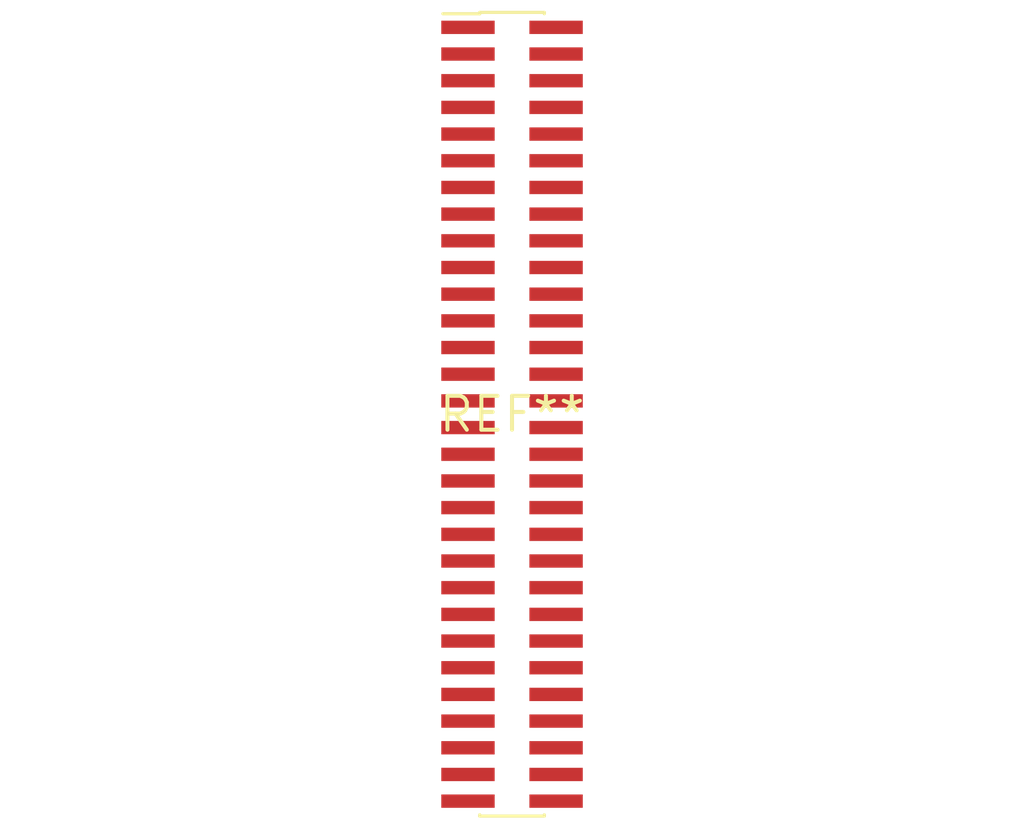
<source format=kicad_pcb>
(kicad_pcb (version 20240108) (generator pcbnew)
  (layers (0 "F.Cu" signal) (31 "B.Cu" signal) (34 "B.Paste" user) (35 "F.Paste" user) (36 "B.SilkS" user "B.Silkscreen") (37 "F.SilkS" user "F.Silkscreen") (38 "B.Mask" user) (39 "F.Mask" user) (44 "Edge.Cuts" user))
  (net 0 "")
  (footprint "PinHeader_2x30_P1.00mm_Vertical_SMD" (layer "F.Cu") (at 0 0)
    (property "Reference" "REF**")
    (property "Value" "PinHeader_2x30_P1.00mm_Vertical_SMD")
    (fp_line (start -2.59 -15.01) (end -1.21 -15.01) (layer "F.SilkS") (stroke (width 0.12)))
    (fp_line (start -1.21 -15.06) (end -1.21 -15.01) (layer "F.SilkS") (stroke (width 0.12)))
    (fp_line (start -1.21 -15.06) (end 1.21 -15.06) (layer "F.SilkS") (stroke (width 0.12)))
    (fp_line (start -1.21 15.01) (end -1.21 15.06) (layer "F.SilkS") (stroke (width 0.12)))
    (fp_line (start -1.21 15.06) (end 1.21 15.06) (layer "F.SilkS") (stroke (width 0.12)))
    (fp_line (start 1.21 -15.06) (end 1.21 -15.01) (layer "F.SilkS") (stroke (width 0.12)))
    (fp_line (start 1.21 15.01) (end 1.21 15.06) (layer "F.SilkS") (stroke (width 0.12)))
    (pad "1" smd rect (at -1.65 -14.5) (size 2 0.5) (layers "F.Cu" "F.Paste" "F.Mask"))
    (pad "2" smd rect (at 1.65 -14.5) (size 2 0.5) (layers "F.Cu" "F.Paste" "F.Mask"))
    (pad "3" smd rect (at -1.65 -13.5) (size 2 0.5) (layers "F.Cu" "F.Paste" "F.Mask"))
    (pad "4" smd rect (at 1.65 -13.5) (size 2 0.5) (layers "F.Cu" "F.Paste" "F.Mask"))
    (pad "5" smd rect (at -1.65 -12.5) (size 2 0.5) (layers "F.Cu" "F.Paste" "F.Mask"))
    (pad "6" smd rect (at 1.65 -12.5) (size 2 0.5) (layers "F.Cu" "F.Paste" "F.Mask"))
    (pad "7" smd rect (at -1.65 -11.5) (size 2 0.5) (layers "F.Cu" "F.Paste" "F.Mask"))
    (pad "8" smd rect (at 1.65 -11.5) (size 2 0.5) (layers "F.Cu" "F.Paste" "F.Mask"))
    (pad "9" smd rect (at -1.65 -10.5) (size 2 0.5) (layers "F.Cu" "F.Paste" "F.Mask"))
    (pad "10" smd rect (at 1.65 -10.5) (size 2 0.5) (layers "F.Cu" "F.Paste" "F.Mask"))
    (pad "11" smd rect (at -1.65 -9.5) (size 2 0.5) (layers "F.Cu" "F.Paste" "F.Mask"))
    (pad "12" smd rect (at 1.65 -9.5) (size 2 0.5) (layers "F.Cu" "F.Paste" "F.Mask"))
    (pad "13" smd rect (at -1.65 -8.5) (size 2 0.5) (layers "F.Cu" "F.Paste" "F.Mask"))
    (pad "14" smd rect (at 1.65 -8.5) (size 2 0.5) (layers "F.Cu" "F.Paste" "F.Mask"))
    (pad "15" smd rect (at -1.65 -7.5) (size 2 0.5) (layers "F.Cu" "F.Paste" "F.Mask"))
    (pad "16" smd rect (at 1.65 -7.5) (size 2 0.5) (layers "F.Cu" "F.Paste" "F.Mask"))
    (pad "17" smd rect (at -1.65 -6.5) (size 2 0.5) (layers "F.Cu" "F.Paste" "F.Mask"))
    (pad "18" smd rect (at 1.65 -6.5) (size 2 0.5) (layers "F.Cu" "F.Paste" "F.Mask"))
    (pad "19" smd rect (at -1.65 -5.5) (size 2 0.5) (layers "F.Cu" "F.Paste" "F.Mask"))
    (pad "20" smd rect (at 1.65 -5.5) (size 2 0.5) (layers "F.Cu" "F.Paste" "F.Mask"))
    (pad "21" smd rect (at -1.65 -4.5) (size 2 0.5) (layers "F.Cu" "F.Paste" "F.Mask"))
    (pad "22" smd rect (at 1.65 -4.5) (size 2 0.5) (layers "F.Cu" "F.Paste" "F.Mask"))
    (pad "23" smd rect (at -1.65 -3.5) (size 2 0.5) (layers "F.Cu" "F.Paste" "F.Mask"))
    (pad "24" smd rect (at 1.65 -3.5) (size 2 0.5) (layers "F.Cu" "F.Paste" "F.Mask"))
    (pad "25" smd rect (at -1.65 -2.5) (size 2 0.5) (layers "F.Cu" "F.Paste" "F.Mask"))
    (pad "26" smd rect (at 1.65 -2.5) (size 2 0.5) (layers "F.Cu" "F.Paste" "F.Mask"))
    (pad "27" smd rect (at -1.65 -1.5) (size 2 0.5) (layers "F.Cu" "F.Paste" "F.Mask"))
    (pad "28" smd rect (at 1.65 -1.5) (size 2 0.5) (layers "F.Cu" "F.Paste" "F.Mask"))
    (pad "29" smd rect (at -1.65 -0.5) (size 2 0.5) (layers "F.Cu" "F.Paste" "F.Mask"))
    (pad "30" smd rect (at 1.65 -0.5) (size 2 0.5) (layers "F.Cu" "F.Paste" "F.Mask"))
    (pad "31" smd rect (at -1.65 0.5) (size 2 0.5) (layers "F.Cu" "F.Paste" "F.Mask"))
    (pad "32" smd rect (at 1.65 0.5) (size 2 0.5) (layers "F.Cu" "F.Paste" "F.Mask"))
    (pad "33" smd rect (at -1.65 1.5) (size 2 0.5) (layers "F.Cu" "F.Paste" "F.Mask"))
    (pad "34" smd rect (at 1.65 1.5) (size 2 0.5) (layers "F.Cu" "F.Paste" "F.Mask"))
    (pad "35" smd rect (at -1.65 2.5) (size 2 0.5) (layers "F.Cu" "F.Paste" "F.Mask"))
    (pad "36" smd rect (at 1.65 2.5) (size 2 0.5) (layers "F.Cu" "F.Paste" "F.Mask"))
    (pad "37" smd rect (at -1.65 3.5) (size 2 0.5) (layers "F.Cu" "F.Paste" "F.Mask"))
    (pad "38" smd rect (at 1.65 3.5) (size 2 0.5) (layers "F.Cu" "F.Paste" "F.Mask"))
    (pad "39" smd rect (at -1.65 4.5) (size 2 0.5) (layers "F.Cu" "F.Paste" "F.Mask"))
    (pad "40" smd rect (at 1.65 4.5) (size 2 0.5) (layers "F.Cu" "F.Paste" "F.Mask"))
    (pad "41" smd rect (at -1.65 5.5) (size 2 0.5) (layers "F.Cu" "F.Paste" "F.Mask"))
    (pad "42" smd rect (at 1.65 5.5) (size 2 0.5) (layers "F.Cu" "F.Paste" "F.Mask"))
    (pad "43" smd rect (at -1.65 6.5) (size 2 0.5) (layers "F.Cu" "F.Paste" "F.Mask"))
    (pad "44" smd rect (at 1.65 6.5) (size 2 0.5) (layers "F.Cu" "F.Paste" "F.Mask"))
    (pad "45" smd rect (at -1.65 7.5) (size 2 0.5) (layers "F.Cu" "F.Paste" "F.Mask"))
    (pad "46" smd rect (at 1.65 7.5) (size 2 0.5) (layers "F.Cu" "F.Paste" "F.Mask"))
    (pad "47" smd rect (at -1.65 8.5) (size 2 0.5) (layers "F.Cu" "F.Paste" "F.Mask"))
    (pad "48" smd rect (at 1.65 8.5) (size 2 0.5) (layers "F.Cu" "F.Paste" "F.Mask"))
    (pad "49" smd rect (at -1.65 9.5) (size 2 0.5) (layers "F.Cu" "F.Paste" "F.Mask"))
    (pad "50" smd rect (at 1.65 9.5) (size 2 0.5) (layers "F.Cu" "F.Paste" "F.Mask"))
    (pad "51" smd rect (at -1.65 10.5) (size 2 0.5) (layers "F.Cu" "F.Paste" "F.Mask"))
    (pad "52" smd rect (at 1.65 10.5) (size 2 0.5) (layers "F.Cu" "F.Paste" "F.Mask"))
    (pad "53" smd rect (at -1.65 11.5) (size 2 0.5) (layers "F.Cu" "F.Paste" "F.Mask"))
    (pad "54" smd rect (at 1.65 11.5) (size 2 0.5) (layers "F.Cu" "F.Paste" "F.Mask"))
    (pad "55" smd rect (at -1.65 12.5) (size 2 0.5) (layers "F.Cu" "F.Paste" "F.Mask"))
    (pad "56" smd rect (at 1.65 12.5) (size 2 0.5) (layers "F.Cu" "F.Paste" "F.Mask"))
    (pad "57" smd rect (at -1.65 13.5) (size 2 0.5) (layers "F.Cu" "F.Paste" "F.Mask"))
    (pad "58" smd rect (at 1.65 13.5) (size 2 0.5) (layers "F.Cu" "F.Paste" "F.Mask"))
    (pad "59" smd rect (at -1.65 14.5) (size 2 0.5) (layers "F.Cu" "F.Paste" "F.Mask"))
    (pad "60" smd rect (at 1.65 14.5) (size 2 0.5) (layers "F.Cu" "F.Paste" "F.Mask"))
  )
)
</source>
